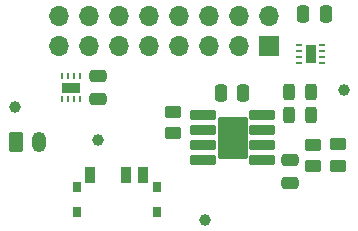
<source format=gbr>
%TF.GenerationSoftware,KiCad,Pcbnew,7.0.10-7.0.10~ubuntu22.04.1*%
%TF.CreationDate,2024-03-25T00:06:17+02:00*%
%TF.ProjectId,Power_Sub,506f7765-725f-4537-9562-2e6b69636164,rev?*%
%TF.SameCoordinates,Original*%
%TF.FileFunction,Soldermask,Top*%
%TF.FilePolarity,Negative*%
%FSLAX46Y46*%
G04 Gerber Fmt 4.6, Leading zero omitted, Abs format (unit mm)*
G04 Created by KiCad (PCBNEW 7.0.10-7.0.10~ubuntu22.04.1) date 2024-03-25 00:06:17*
%MOMM*%
%LPD*%
G01*
G04 APERTURE LIST*
G04 Aperture macros list*
%AMRoundRect*
0 Rectangle with rounded corners*
0 $1 Rounding radius*
0 $2 $3 $4 $5 $6 $7 $8 $9 X,Y pos of 4 corners*
0 Add a 4 corners polygon primitive as box body*
4,1,4,$2,$3,$4,$5,$6,$7,$8,$9,$2,$3,0*
0 Add four circle primitives for the rounded corners*
1,1,$1+$1,$2,$3*
1,1,$1+$1,$4,$5*
1,1,$1+$1,$6,$7*
1,1,$1+$1,$8,$9*
0 Add four rect primitives between the rounded corners*
20,1,$1+$1,$2,$3,$4,$5,0*
20,1,$1+$1,$4,$5,$6,$7,0*
20,1,$1+$1,$6,$7,$8,$9,0*
20,1,$1+$1,$8,$9,$2,$3,0*%
G04 Aperture macros list end*
%ADD10RoundRect,0.243750X0.243750X0.456250X-0.243750X0.456250X-0.243750X-0.456250X0.243750X-0.456250X0*%
%ADD11RoundRect,0.062500X-0.062500X0.187500X-0.062500X-0.187500X0.062500X-0.187500X0.062500X0.187500X0*%
%ADD12R,1.600000X0.900000*%
%ADD13RoundRect,0.062500X-0.187500X-0.062500X0.187500X-0.062500X0.187500X0.062500X-0.187500X0.062500X0*%
%ADD14R,0.900000X1.600000*%
%ADD15RoundRect,0.250000X-0.475000X0.250000X-0.475000X-0.250000X0.475000X-0.250000X0.475000X0.250000X0*%
%ADD16RoundRect,0.250000X-0.350000X-0.625000X0.350000X-0.625000X0.350000X0.625000X-0.350000X0.625000X0*%
%ADD17O,1.200000X1.750000*%
%ADD18R,0.900000X1.400000*%
%ADD19R,0.750000X0.850000*%
%ADD20RoundRect,0.056280X-1.030720X-0.345720X1.030720X-0.345720X1.030720X0.345720X-1.030720X0.345720X0*%
%ADD21RoundRect,0.102000X-1.206500X-1.651000X1.206500X-1.651000X1.206500X1.651000X-1.206500X1.651000X0*%
%ADD22C,1.000000*%
%ADD23RoundRect,0.250000X-0.250000X-0.475000X0.250000X-0.475000X0.250000X0.475000X-0.250000X0.475000X0*%
%ADD24RoundRect,0.250000X0.450000X-0.262500X0.450000X0.262500X-0.450000X0.262500X-0.450000X-0.262500X0*%
%ADD25RoundRect,0.250000X0.250000X0.475000X-0.250000X0.475000X-0.250000X-0.475000X0.250000X-0.475000X0*%
%ADD26R,1.700000X1.700000*%
%ADD27O,1.700000X1.700000*%
G04 APERTURE END LIST*
D10*
%TO.C,D2*%
X96289100Y-45770800D03*
X94414100Y-45770800D03*
%TD*%
D11*
%TO.C,U2*%
X76700000Y-44450000D03*
X76200000Y-44450000D03*
X75700000Y-44450000D03*
X75200000Y-44450000D03*
X75200000Y-46350000D03*
X75700000Y-46350000D03*
X76200000Y-46350000D03*
X76700000Y-46350000D03*
D12*
X75950000Y-45400000D03*
%TD*%
D13*
%TO.C,U1*%
X95311000Y-41801400D03*
X95311000Y-42301400D03*
X95311000Y-42801400D03*
X95311000Y-43301400D03*
X97211000Y-43301400D03*
X97211000Y-42801400D03*
X97211000Y-42301400D03*
X97211000Y-41801400D03*
D14*
X96261000Y-42551400D03*
%TD*%
D15*
%TO.C,C1*%
X78282800Y-44414400D03*
X78282800Y-46314400D03*
%TD*%
D16*
%TO.C,J2*%
X71288400Y-50026400D03*
D17*
X73288400Y-50026400D03*
%TD*%
D18*
%TO.C,SW1*%
X77607600Y-52824150D03*
X80607600Y-52824150D03*
X82107600Y-52824150D03*
D19*
X76482600Y-53791150D03*
X76482600Y-55941150D03*
X83232600Y-53791150D03*
X83232600Y-55916150D03*
%TD*%
D20*
%TO.C,U3*%
X87184800Y-47726600D03*
X87184800Y-48996600D03*
X87184800Y-50266600D03*
X87184800Y-51536600D03*
X92134800Y-51536600D03*
X92134800Y-50266600D03*
X92134800Y-48996600D03*
X92134800Y-47726600D03*
D21*
X89659800Y-49631600D03*
%TD*%
D22*
%TO.C,Motor1A*%
X78232000Y-49809400D03*
%TD*%
D23*
%TO.C,C2*%
X95631000Y-39141400D03*
X97531000Y-39141400D03*
%TD*%
D24*
%TO.C,R1*%
X84579800Y-49274100D03*
X84579800Y-47449100D03*
%TD*%
D25*
%TO.C,C4*%
X90561200Y-45821600D03*
X88661200Y-45821600D03*
%TD*%
D15*
%TO.C,C3*%
X94488000Y-51526400D03*
X94488000Y-53426400D03*
%TD*%
D22*
%TO.C,Ground*%
X71272400Y-47040800D03*
%TD*%
D24*
%TO.C,R3*%
X96469200Y-52068100D03*
X96469200Y-50243100D03*
%TD*%
D10*
%TO.C,D1*%
X96289100Y-47752000D03*
X94414100Y-47752000D03*
%TD*%
D22*
%TO.C,VBat1*%
X87350600Y-56565800D03*
%TD*%
D24*
%TO.C,R2*%
X98552000Y-52017300D03*
X98552000Y-50192300D03*
%TD*%
D22*
%TO.C,Motor2A*%
X99085400Y-45593000D03*
%TD*%
D26*
%TO.C,J1*%
X92710000Y-41910000D03*
D27*
X92710000Y-39370000D03*
X90170000Y-41910000D03*
X90170000Y-39370000D03*
X87630000Y-41910000D03*
X87630000Y-39370000D03*
X85090000Y-41910000D03*
X85090000Y-39370000D03*
X82550000Y-41910000D03*
X82550000Y-39370000D03*
X80010000Y-41910000D03*
X80010000Y-39370000D03*
X77470000Y-41910000D03*
X77470000Y-39370000D03*
X74930000Y-41910000D03*
X74930000Y-39370000D03*
%TD*%
M02*

</source>
